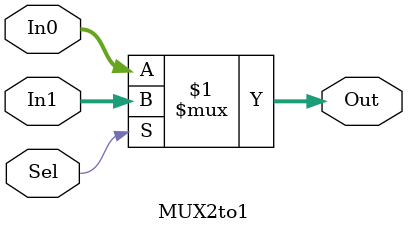
<source format=v>
`timescale 1ns / 1ps


module MUX2to1 (
    input [31:0] In0,
    input [31:0] In1,
    input Sel,
    output [31:0] Out
);
    assign Out = (Sel) ? In1 : In0;
endmodule

</source>
